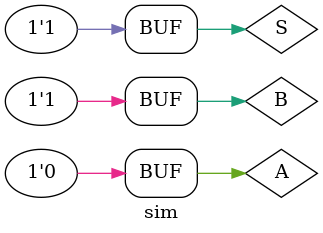
<source format=v>
`timescale 1ns / 1ps


module sim();
    reg B,A,S;
    wire OUT;
    mux U1(A,B,S,OUT);
    initial
    begin
        B = 1'b0;
        A = 1'b0;
        S = 1'b0;
        #100
        B = 1'b0;
        A = 1'b0;
        S = 1'b1;
        #100
        B = 1'b0;
        A = 1'b1;
        S = 1'b0;
        #100
        B = 1'b0;
        A = 1'b1;
        S = 1'b1;
        #100
        B = 1'b1;
        A = 1'b0;
        S = 1'b1;
    end
endmodule

</source>
